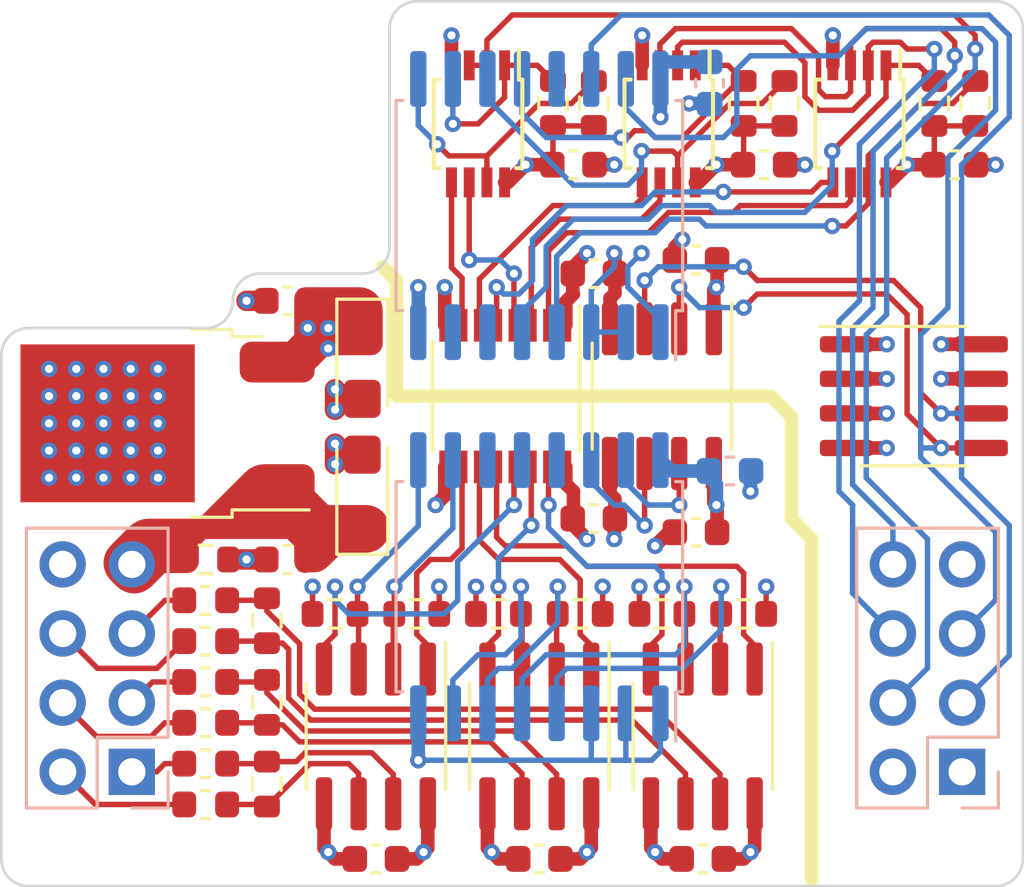
<source format=kicad_pcb>
(kicad_pcb (version 20211014) (generator pcbnew)
  (title_block (title "icE1usb RS422 extension") (date "2022-08-15") (rev "0.1"))
  (layers (0 "F.Cu" signal) (1 "In1.Cu" signal) (2 "In2.Cu" signal) (31 "B.Cu" signal) (34 "B.Paste" user) (35 "F.Paste" user) (36 "B.SilkS" user "B.Silkscreen") (37 "F.SilkS" user "F.Silkscreen") (38 "B.Mask" user) (39 "F.Mask" user) (44 "Edge.Cuts" user))
  (net 0 "")
  (net 1 "+3V3")
  (net 2 "GND")
  (net 3 "+12VA")
  (net 4 "GNDA")
  (net 5 "+5VA")
  (net 6 "/PPS-")
  (net 7 "Net-(F1-Pad2)")
  (net 8 "Net-(F2-Pad1)")
  (net 9 "/PPS+")
  (net 10 "/RXD-")
  (net 11 "Net-(F3-Pad2)")
  (net 12 "Net-(F4-Pad1)")
  (net 13 "/RXD+")
  (net 14 "/TXD-")
  (net 15 "Net-(F5-Pad2)")
  (net 16 "Net-(F6-Pad1)")
  (net 17 "/TXD+")
  (net 19 "/SCL")
  (net 20 "/PPS_IO")
  (net 21 "/SDA")
  (net 22 "/UART_RX")
  (net 23 "/UART_TX")
  (net 24 "/~{PPS_TXEN}")
  (net 25 "Net-(U1-Pad5)")
  (net 26 "Net-(U1-Pad6)")
  (net 27 "/~{PPS_RXEN}")
  (net 28 "/~{RXD_TXEN}")
  (net 29 "Net-(U2-Pad5)")
  (net 30 "Net-(U2-Pad6)")
  (net 31 "/~{RXD_RXEN}")
  (net 32 "/~{TXD_TXEN}")
  (net 33 "Net-(U3-Pad5)")
  (net 34 "Net-(U3-Pad6)")
  (net 35 "/~{TXD_RXEN}")
  (net 36 "/TXD_RO")
  (net 37 "/RXD_RO")
  (net 38 "/PPS_RO")
  (net 39 "/TXD_DI")
  (net 40 "/RXD_DI")
  (net 41 "/PPS_DI")
  (net 43 "/~{PPS_RE}")
  (net 44 "/~{RXD_RE}")
  (net 45 "/RXD_DE")
  (net 46 "/~{TXD_RE}")
  (net 47 "/TXD_DE")
  (net 51 "/PPS_DE")
  (net 52 "/SCL_ISO")
  (net 53 "/SDA_ISO")
  (footprint "Resistor_SMD:R_0603_1608Metric" (layer "F.Cu") (at 130.75 79.25 90)
    (fp_text reference "R9" hide)
    (fp_text value "10k" hide)
  )
  (footprint "Capacitor_Tantalum_SMD:CP_EIA-3216-18_Kemet-A" (layer "F.Cu") (at 109.75 88.75 -90)
    (fp_text reference "C10" hide)
    (fp_text value "4u7" hide)
  )
  (footprint "Package_SO:TSSOP-8_3x3mm_P0.65mm" (layer "F.Cu") (at 114 80 -90)
    (fp_text reference "U3" hide)
    (fp_text value "74LVC2G125" hide)
  )
  (footprint "Fuse:Fuse_0603_1608Metric" (layer "F.Cu") (at 104 100.5 180)
    (fp_text reference "F3" hide)
    (fp_text value "300mA" hide)
  )
  (footprint "Capacitor_SMD:C_0603_1608Metric" (layer "F.Cu") (at 131.5 81.5)
    (fp_text reference "C3" hide)
    (fp_text value "100n" hide)
  )
  (footprint "Resistor_SMD:R_0603_1608Metric" (layer "F.Cu") (at 111.75 98 180)
    (fp_text reference "R11" hide)
    (fp_text value "10k" hide)
  )
  (footprint "Resistor_SMD:R_0603_1608Metric" (layer "F.Cu") (at 118.25 79.25 90)
    (fp_text reference "R6" hide)
    (fp_text value "10k" hide)
  )
  (footprint "Fuse:Fuse_0603_1608Metric" (layer "F.Cu") (at 104 103.5 180)
    (fp_text reference "F1" hide)
    (fp_text value "300mA" hide)
  )
  (footprint "Package_SO:SOIC-8_3.9x4.9mm_P1.27mm" (layer "F.Cu") (at 130 90)
    (fp_text reference "U12" hide)
    (fp_text value "M24C02-FMN" hide)
  )
  (footprint "Resistor_SMD:R_0603_1608Metric" (layer "F.Cu") (at 116.75 79.25 90)
    (fp_text reference "R5" hide)
    (fp_text value "10k" hide)
  )
  (footprint "Package_SO:SOIC-8_3.9x4.9mm_P1.27mm" (layer "F.Cu") (at 122.25 102.5 -90)
    (fp_text reference "U10" hide)
    (fp_text value "SP485" hide)
  )
  (footprint "Resistor_SMD:R_0603_1608Metric" (layer "F.Cu") (at 104 96)
    (fp_text reference "R4" hide)
    (fp_text value "1k" hide)
  )
  (footprint "Resistor_SMD:R_0603_1608Metric" (layer "F.Cu") (at 106.25 101.25 -90)
    (fp_text reference "R2" hide)
    (fp_text value "120R" hide)
  )
  (footprint "Package_TO_SOT_SMD:TO-252-2" (layer "F.Cu") (at 102.5 91 180)
    (fp_text reference "U11" hide)
    (fp_text value "MC78M05_TO252" hide)
  )
  (footprint "Resistor_SMD:R_0603_1608Metric" (layer "F.Cu") (at 114.75 98 180)
    (fp_text reference "R15" hide)
    (fp_text value "10k" hide)
  )
  (footprint "Capacitor_SMD:C_0603_1608Metric" (layer "F.Cu") (at 122 85 180)
    (fp_text reference "C4" hide)
    (fp_text value "100n" hide)
  )
  (footprint "Resistor_SMD:R_0603_1608Metric" (layer "F.Cu") (at 125.25 79.25 90)
    (fp_text reference "R8" hide)
    (fp_text value "10k" hide)
  )
  (footprint "Fuse:Fuse_0603_1608Metric" (layer "F.Cu") (at 104 97.5 180)
    (fp_text reference "F5" hide)
    (fp_text value "300mA" hide)
  )
  (footprint "Fuse:Fuse_0603_1608Metric" (layer "F.Cu") (at 104 99)
    (fp_text reference "F6" hide)
    (fp_text value "300mA" hide)
  )
  (footprint "Capacitor_SMD:C_0603_1608Metric" (layer "F.Cu") (at 117.5 81.5)
    (fp_text reference "C1" hide)
    (fp_text value "100n" hide)
  )
  (footprint "Package_SO:SOIC-8_3.9x4.9mm_P1.27mm" (layer "F.Cu") (at 110.25 102.5 -90)
    (fp_text reference "U8" hide)
    (fp_text value "SP485" hide)
  )
  (footprint "Package_SO:SOIC-8_3.9x4.9mm_P1.27mm" (layer "F.Cu") (at 116.25 102.5 -90)
    (fp_text reference "U9" hide)
    (fp_text value "SP485" hide)
  )
  (footprint "Capacitor_SMD:C_0603_1608Metric" (layer "F.Cu") (at 110.25 107 180)
    (fp_text reference "C11" hide)
    (fp_text value "100n" hide)
  )
  (footprint "Capacitor_SMD:C_0603_1608Metric" (layer "F.Cu") (at 122.25 107 180)
    (fp_text reference "C13" hide)
    (fp_text value "100n" hide)
  )
  (footprint "Fuse:Fuse_0603_1608Metric" (layer "F.Cu") (at 104 105)
    (fp_text reference "F2" hide)
    (fp_text value "300mA" hide)
  )
  (footprint "Fuse:Fuse_0603_1608Metric" (layer "F.Cu") (at 104 102)
    (fp_text reference "F4" hide)
    (fp_text value "300mA" hide)
  )
  (footprint "Capacitor_Tantalum_SMD:CP_EIA-3216-18_Kemet-A" (layer "F.Cu") (at 109.75 93.5 90)
    (fp_text reference "C7" hide)
    (fp_text value "10u" hide)
  )
  (footprint "Resistor_SMD:R_0603_1608Metric" (layer "F.Cu") (at 132.25 79.25 90)
    (fp_text reference "R10" hide)
    (fp_text value "10k" hide)
  )
  (footprint "Resistor_SMD:R_0603_1608Metric" (layer "F.Cu") (at 123.75 98 180)
    (fp_text reference "R13" hide)
    (fp_text value "10k" hide)
  )
  (footprint "Package_SO:TSSOP-8_3x3mm_P0.65mm" (layer "F.Cu") (at 121 80 -90)
    (fp_text reference "U2" hide)
    (fp_text value "74LVC2G125" hide)
  )
  (footprint "Package_SO:SSOP-16_3.9x4.9mm_P0.635mm" (layer "F.Cu") (at 115 90 -90)
    (fp_text reference "U4" hide)
    (fp_text value "Si8663" hide)
  )
  (footprint "Package_SO:TSSOP-8_3x3mm_P0.65mm" (layer "F.Cu") (at 128 80 -90)
    (fp_text reference "U1" hide)
    (fp_text value "74LVC2G125" hide)
  )
  (footprint "Resistor_SMD:R_0603_1608Metric" (layer "F.Cu") (at 108.75 98 180)
    (fp_text reference "R14" hide)
    (fp_text value "10k" hide)
  )
  (footprint "Package_SO:SOIC-8_3.9x4.9mm_P1.27mm" (layer "F.Cu") (at 120.75 90 -90)
    (fp_text reference "U5" hide)
    (fp_text value "Si8400" hide)
  )
  (footprint "Capacitor_SMD:C_0603_1608Metric" (layer "F.Cu") (at 118.25 85.5)
    (fp_text reference "C5" hide)
    (fp_text value "100n" hide)
  )
  (footprint "Capacitor_SMD:C_0603_1608Metric" (layer "F.Cu") (at 107 86.5 180)
    (fp_text reference "C9" hide)
    (fp_text value "100n" hide)
  )
  (footprint "Resistor_SMD:R_0603_1608Metric" (layer "F.Cu") (at 120.75 98 180)
    (fp_text reference "R16" hide)
    (fp_text value "10k" hide)
  )
  (footprint "Resistor_SMD:R_0603_1608Metric" (layer "F.Cu") (at 106.25 98.25 -90)
    (fp_text reference "R3" hide)
    (fp_text value "120R" hide)
  )
  (footprint "Capacitor_SMD:C_0603_1608Metric" (layer "F.Cu") (at 116.25 107 180)
    (fp_text reference "C12" hide)
    (fp_text value "100n" hide)
  )
  (footprint "Capacitor_SMD:C_0603_1608Metric" (layer "F.Cu") (at 118.25 94.5)
    (fp_text reference "C15" hide)
    (fp_text value "100n" hide)
  )
  (footprint "Resistor_SMD:R_0603_1608Metric" (layer "F.Cu") (at 117.75 98 180)
    (fp_text reference "R12" hide)
    (fp_text value "10k" hide)
  )
  (footprint "Capacitor_SMD:C_0603_1608Metric" (layer "F.Cu") (at 107 96 180)
    (fp_text reference "C8" hide)
    (fp_text value "100n" hide)
  )
  (footprint "Resistor_SMD:R_0603_1608Metric" (layer "F.Cu") (at 123.75 79.25 90)
    (fp_text reference "R7" hide)
    (fp_text value "10k" hide)
  )
  (footprint "Resistor_SMD:R_0603_1608Metric" (layer "F.Cu") (at 106.25 104.25 -90)
    (fp_text reference "R1" hide)
    (fp_text value "120R" hide)
  )
  (footprint "Capacitor_SMD:C_0603_1608Metric" (layer "F.Cu") (at 122 95 180)
    (fp_text reference "C14" hide)
    (fp_text value "100n" hide)
  )
  (footprint "Capacitor_SMD:C_0603_1608Metric" (layer "F.Cu") (at 124.5 81.5)
    (fp_text reference "C2" hide)
    (fp_text value "100n" hide)
  )
  (footprint "Capacitor_SMD:C_0603_1608Metric" (layer "B.Cu") (at 122.5 78.5 -90)
    (fp_text reference "C6" hide)
    (fp_text value "100n" hide)
  )
  (footprint "Package_SO:SOIC-16W_7.5x10.3mm_P1.27mm" (layer "B.Cu") (at 116.25 83 90)
    (fp_text reference "U6" hide)
    (fp_text value "TCA9534" hide)
  )
  (footprint "Connector_PinSocket_2.54mm:PinSocket_2x04_P2.54mm_Vertical" (layer "B.Cu") (at 131.77 103.8)
    (fp_text reference "J1" hide)
    (fp_text value "EXT_IN" hide)
  )
  (footprint "Capacitor_SMD:C_0603_1608Metric" (layer "B.Cu") (at 123.25 92.75)
    (fp_text reference "C16" hide)
    (fp_text value "100n" hide)
  )
  (footprint "Connector_PinSocket_2.54mm:PinSocket_2x04_P2.54mm_Vertical" (layer "B.Cu") (at 101.29 103.8)
    (fp_text reference "J2" hide)
    (fp_text value "EXT_OUT" hide)
  )
  (footprint "Package_SO:SOIC-16W_7.5x10.3mm_P1.27mm" (layer "B.Cu") (at 116.25 97 90)
    (fp_text reference "U7" hide)
    (fp_text value "TCA9534" hide)
  )
  (gr_line (start 126.25 95.25) (end 125.5 94.5) (layer "F.SilkS") (width 0.5))
  (gr_line (start 111 85.75) (end 110.5 85.25) (layer "F.SilkS") (width 0.5))
  (gr_line (start 126.25 107.75) (end 126.25 95.25) (layer "F.SilkS") (width 0.5))
  (gr_line (start 124.75 90) (end 111 90) (layer "F.SilkS") (width 0.5))
  (gr_line (start 125.5 90.75) (end 124.75 90) (layer "F.SilkS") (width 0.5))
  (gr_line (start 111 90) (end 111 85.75) (layer "F.SilkS") (width 0.5))
  (gr_line (start 125.5 94.5) (end 125.5 90.75) (layer "F.SilkS") (width 0.5))
  (gr_line (start 97.5 108) (end 133 108) (layer "Edge.Cuts") (width 0.1))
  (gr_arc (start 110.75 84.5) (mid 110.457107 85.207107) (end 109.75 85.5) (layer "Edge.Cuts") (width 0.1))
  (gr_arc (start 105 86.5) (mid 104.707107 87.207107) (end 104 87.5) (layer "Edge.Cuts") (width 0.1))
  (gr_line (start 110.75 84.5) (end 110.75 76.5) (layer "Edge.Cuts") (width 0.1))
  (gr_line (start 97.5 87.5) (end 104 87.5) (layer "Edge.Cuts") (width 0.1))
  (gr_arc (start 96.5 88.5) (mid 96.792893 87.792893) (end 97.5 87.5) (layer "Edge.Cuts") (width 0.1))
  (gr_line (start 133 75.5) (end 111.75 75.5) (layer "Edge.Cuts") (width 0.1))
  (gr_line (start 134 107) (end 134 76.5) (layer "Edge.Cuts") (width 0.1))
  (gr_line (start 106 85.5) (end 109.75 85.5) (layer "Edge.Cuts") (width 0.1))
  (gr_arc (start 105 86.5) (mid 105.292893 85.792893) (end 106 85.5) (layer "Edge.Cuts") (width 0.1))
  (gr_arc (start 110.75 76.5) (mid 111.042893 75.792893) (end 111.75 75.5) (layer "Edge.Cuts") (width 0.1))
  (gr_arc (start 134 107) (mid 133.707107 107.707107) (end 133 108) (layer "Edge.Cuts") (width 0.1))
  (gr_arc (start 97.5 108) (mid 96.792893 107.707107) (end 96.5 107) (layer "Edge.Cuts") (width 0.1))
  (gr_arc (start 133 75.5) (mid 133.707107 75.792893) (end 134 76.5) (layer "Edge.Cuts") (width 0.1))
  (gr_line (start 96.5 88.5) (end 96.5 107) (layer "Edge.Cuts") (width 0.1))
  (segment (start 117.2225 87.4) (end 117.2225 86.5275) (width 0.5) (layer "F.Cu") (net 1))
  (segment (start 117.2225 86.5275) (end 117.5 86.25) (width 0.5) (layer "F.Cu") (net 1))
  (segment (start 117.475 85.5) (end 117.475 85.275) (width 0.5) (layer "F.Cu") (net 1))
  (segment (start 125.25 80.075) (end 123.825 80.075) (width 0.2) (layer "F.Cu") (net 1))
  (segment (start 115.1 82.15) (end 115.75 81.5) (width 0.5) (layer "F.Cu") (net 1))
  (segment (start 116.75 80.075) (end 116.75 81.5) (width 0.2) (layer "F.Cu") (net 1))
  (segment (start 123.725 81.5) (end 122.75 81.5) (width 0.5) (layer "F.Cu") (net 1))
  (segment (start 117.475 85.5) (end 117.475 86.225) (width 0.5) (layer "F.Cu") (net 1))
  (segment (start 116.825 80.075) (end 116.75 80) (width 0.2) (layer "F.Cu") (net 1))
  (segment (start 123.75 80.075) (end 123.75 81.5) (width 0.2) (layer "F.Cu") (net 1))
  (segment (start 116.725 81.5) (end 115.75 81.5) (width 0.5) (layer "F.Cu") (net 1))
  (segment (start 132.25 80.075) (end 130.825 80.075) (width 0.2) (layer "F.Cu") (net 1))
  (segment (start 122.775 85.975) (end 122.75 86) (width 0.5) (layer "F.Cu") (net 1))
  (segment (start 122.655 87.525) (end 122.655 86.095) (width 0.5) (layer "F.Cu") (net 1))
  (segment (start 130.725 81.5) (end 129.75 81.5) (width 0.5) (layer "F.Cu") (net 1))
  (segment (start 130.75 80.075) (end 130.75 81.5) (width 0.2) (layer "F.Cu") (net 1))
  (segment (start 122.1 82.15) (end 122.625 81.625) (width 0.5) (layer "F.Cu") (net 1))
  (segment (start 128.975 82.15) (end 129.1 82.15) (width 0.5) (layer "F.Cu") (net 1))
  (segment (start 117.475 85.275) (end 118 84.75) (width 0.5) (layer "F.Cu") (net 1))
  (segment (start 130.825 80.075) (end 130.75 80) (width 0.2) (layer "F.Cu") (net 1))
  (segment (start 121.975 82.15) (end 122.1 82.15) (width 0.5) (layer "F.Cu") (net 1))
  (segment (start 122.655 86.095) (end 122.75 86) (width 0.5) (layer "F.Cu") (net 1))
  (segment (start 122.625 81.625) (end 122.75 81.5) (width 0.5) (layer "F.Cu") (net 1))
  (segment (start 122.775 85) (end 122.775 85.975) (width 0.5) (layer "F.Cu") (net 1))
  (segment (start 123.825 80.075) (end 123.75 80) (width 0.2) (layer "F.Cu") (net 1))
  (segment (start 118.25 80.075) (end 116.825 80.075) (width 0.2) (layer "F.Cu") (net 1))
  (segment (start 132.475 88.095) (end 131 88.095) (width 0.5) (layer "F.Cu") (net 1))
  (segment (start 114.975 82.15) (end 115.1 82.15) (width 0.5) (layer "F.Cu") (net 1))
  (segment (start 117.475 86.225) (end 117.5 86.25) (width 0.5) (layer "F.Cu") (net 1))
  (segment (start 129.1 82.15) (end 129.75 81.5) (width 0.5) (layer "F.Cu") (net 1))
  (via (at 129.75 81.5) (size 0.6) (drill 0.3) (layers "F.Cu" "B.Cu") (net 1))
  (via (at 131 88.095) (size 0.6) (drill 0.3) (layers "F.Cu" "B.Cu") (net 1))
  (via (at 120 84.75) (size 0.6) (drill 0.3) (layers "F.Cu" "B.Cu") (net 1))
  (via (at 118 84.75) (size 0.6) (drill 0.3) (layers "F.Cu" "B.Cu") (net 1))
  (via (at 122.75 86) (size 0.6) (drill 0.3) (layers "F.Cu" "B.Cu") (net 1))
  (via (at 115.75 81.5) (size 0.6) (drill 0.3) (layers "F.Cu" "B.Cu") (net 1))
  (via (at 120.695 79.75) (size 0.6) (drill 0.3) (layers "F.Cu" "B.Cu") (net 1))
  (via (at 122.75 81.5) (size 0.6) (drill 0.3) (layers "F.Cu" "B.Cu") (net 1))
  (segment (start 120.695 78.35) (end 120.695 79.75) (width 0.5) (layer "B.Cu") (net 1))
  (segment (start 120.775 77.725) (end 120.75 77.75) (width 0.5) (layer "B.Cu") (net 1))
  (segment (start 119.5 85.25) (end 120 84.75) (width 0.2) (layer "B.Cu") (net 1))
  (segment (start 120.695 87.65) (end 120.695 87.195) (width 0.2) (layer "B.Cu") (net 1))
  (segment (start 119.5 86) (end 119.5 85.25) (width 0.2) (layer "B.Cu") (net 1))
  (segment (start 122.5 77.725) (end 120.775 77.725) (width 0.5) (layer "B.Cu") (net 1))
  (segment (start 120.695 87.195) (end 119.5 86) (width 0.2) (layer "B.Cu") (net 1))
  (segment (start 119.025 85.5) (end 119.025 86.225) (width 0.5) (layer "F.Cu") (net 2))
  (segment (start 120.025 77.85) (end 120.025 76.75) (width 0.5) (layer "F.Cu") (net 2))
  (segment (start 125.275 81.5) (end 126 81.5) (width 0.5) (layer "F.Cu") (net 2))
  (segment (start 118.275 81.5) (end 119 81.5) (width 0.5) (layer "F.Cu") (net 2))
  (segment (start 127.525 88.095) (end 129 88.095) (width 0.5) (layer "F.Cu") (net 2))
  (segment (start 121.225 85) (end 121.225 84.525) (width 0.5) (layer "F.Cu") (net 2))
  (segment (start 132.275 81.5) (end 133 81.5) (width 0.5) (layer "F.Cu") (net 2))
  (segment (start 119.025 86.225) (end 118.845 86.405) (width 0.5) (layer "F.Cu") (net 2))
  (segment (start 119.025 84.775) (end 119 84.75) (width 0.5) (layer "F.Cu") (net 2))
  (segment (start 127.525 89.365) (end 129 89.365) (width 0.5) (layer "F.Cu") (net 2))
  (segment (start 132.475 89.365) (end 131 89.365) (width 0.5) (layer "F.Cu") (net 2))
  (segment (start 119.025 85.5) (end 119.025 84.775) (width 0.5) (layer "F.Cu") (net 2))
  (segment (start 127.525 91.905) (end 129 91.905) (width 0.5) (layer "F.Cu") (net 2))
  (segment (start 127.025 77.85) (end 127.025 76.75) (width 0.5) (layer "F.Cu") (net 2))
  (segment (start 121.225 84.525) (end 121.5 84.25) (width 0.5) (layer "F.Cu") (net 2))
  (segment (start 112.7775 87.4) (end 112.7775 86) (width 0.5) (layer "F.Cu") (net 2))
  (segment (start 127.525 90.635) (end 129 90.635) (width 0.5) (layer "F.Cu") (net 2))
  (segment (start 113.025 77.85) (end 113.025 76.75) (width 0.5) (layer "F.Cu") (net 2))
  (segment (start 118.845 87.525) (end 118.845 86.405) (width 0.5) (layer "F.Cu") (net 2))
  (via (at 133 81.5) (size 0.6) (drill 0.3) (layers "F.Cu" "B.Cu") (net 2))
  (via (at 119 81.5) (size 0.6) (drill 0.3) (layers "F.Cu" "B.Cu") (net 2))
  (via (at 126 81.5) (size 0.6) (drill 0.3) (layers "F.Cu" "B.Cu") (net 2))
  (via (at 127.025 76.75) (size 0.6) (drill 0.3) (layers "F.Cu" "B.Cu") (net 2))
  (via (at 129 88.095) (size 0.6) (drill 0.3) (layers "F.Cu" "B.Cu") (net 2))
  (via (at 112.7775 86) (size 0.6) (drill 0.3) (layers "F.Cu" "B.Cu") (net 2))
  (via (at 119 84.75) (size 0.6) (drill 0.3) (layers "F.Cu" "B.Cu") (net 2))
  (via (at 121.75 79.25) (size 0.6) (drill 0.3) (layers "F.Cu" "B.Cu") (net 2))
  (via (at 129 91.905) (size 0.6) (drill 0.3) (layers "F.Cu" "B.Cu") (net 2))
  (via (at 129 90.635) (size 0.6) (drill 0.3) (layers "F.Cu" "B.Cu") (net 2))
  (via (at 113.025 76.75) (size 0.6) (drill 0.3) (layers "F.Cu" "B.Cu") (net 2))
  (via (at 121.5 84.25) (size 0.6) (drill 0.3) (layers "F.Cu" "B.Cu") (net 2))
  (via (at 131 89.365) (size 0.6) (drill 0.3) (layers "F.Cu" "B.Cu") (net 2))
  (via (at 129 89.365) (size 0.6) (drill 0.3) (layers "F.Cu" "B.Cu") (net 2))
  (via (at 120.025 76.75) (size 0.6) (drill 0.3) (layers "F.Cu" "B.Cu") (net 2))
  (via (at 111.805 86) (size 0.6) (drill 0.3) (layers "F.Cu" "B.Cu") (net 2))
  (segment (start 119 85.25) (end 119 84.75) (width 0.2) (layer "B.Cu") (net 2))
  (segment (start 111.805 87.65) (end 111.805 86) (width 0.5) (layer "B.Cu") (net 2))
  (segment (start 122.475 79.25) (end 121.75 79.25) (width 0.5) (layer "B.Cu") (net 2))
  (segment (start 118.155 86.095) (end 119 85.25) (width 0.2) (layer "B.Cu") (net 2))
  (segment (start 118.4 87.65) (end 118.25 87.5) (width 0.2) (layer "B.Cu") (net 2))
  (segment (start 119.425 87.65) (end 118.4 87.65) (width 0.2) (layer "B.Cu") (net 2))
  (segment (start 122.5 79.275) (end 122.475 79.25) (width 0.5) (layer "B.Cu") (net 2))
  (segment (start 118.155 87.65) (end 118.155 86.095) (width 0.2) (layer "B.Cu") (net 2))
  (segment (start 120.75 107) (end 120.5 106.75) (width 0.5) (layer "F.Cu") (net 4))
  (segment (start 112.7775 92.6) (end 112.7775 93.6625) (width 0.5) (layer "F.Cu") (net 4))
  (segment (start 119.025 94.5) (end 119.025 93.775) (width 0.5) (layer "F.Cu") (net 4))
  (segment (start 113.925 98) (end 113.925 97) (width 0.2) (layer "F.Cu") (net 4))
  (segment (start 104.825 96) (end 105.5 96) (width 0.75) (layer "F.Cu") (net 4))
  (segment (start 114.345 106.595) (end 114.5 106.75) (width 0.5) (layer "F.Cu") (net 4))
  (segment (start 108.345 104.975) (end 108.345 106.595) (width 0.5) (layer "F.Cu") (net 4))
  (segment (start 108.345 106.595) (end 108.5 106.75) (width 0.5) (layer "F.Cu") (net 4))
  (segment (start 119.025 93.775) (end 118.845 93.595) (width 0.5) (layer "F.Cu") (net 4))
  (segment (start 114.75 107) (end 114.5 106.75) (width 0.5) (layer "F.Cu") (net 4))
  (segment (start 120.5 95.5) (end 121 95) (width 0.5) (layer "F.Cu") (net 4))
  (segment (start 119.925 98) (end 119.925 97) (width 0.2) (layer "F.Cu") (net 4))
  (segment (start 120.345 104.975) (end 120.345 106.595) (width 0.5) (layer "F.Cu") (net 4))
  (segment (start 121.475 107) (end 120.75 107) (width 0.5) (layer "F.Cu") (net 4))
  (segment (start 114.345 104.975) (end 114.345 106.595) (width 0.5) (layer "F.Cu") (net 4))
  (segment (start 108.75 107) (end 108.5 106.75) (width 0.5) (layer "F.Cu") (net 4))
  (segment (start 108.75 90.5) (end 108.75 89.75) (width 0.75) (layer "F.Cu") (net 4))
  (segment (start 119 95.25) (end 119 94.5) (width 0.5) (layer "F.Cu") (net 4))
  (segment (start 109.1 92.15) (end 108.75 92.5) (width 0.75) (layer "F.Cu") (net 4))
  (segment (start 106.225 86.5) (end 105.5 86.5) (width 0.75) (layer "F.Cu") (net 4))
  (segment (start 109.15 92.15) (end 108.75 91.75) (width 0.75) (layer "F.Cu") (net 4))
  (segment (start 109.15 90.1) (end 108.75 90.5) (width 0.75) (layer "F.Cu") (net 4))
  (segment (start 112.7775 93.6625) (end 112.44 94) (width 0.5) (layer "F.Cu") (net 4))
  (segment (start 121 95) (end 121.25 95) (width 0.5) (layer "F.Cu") (net 4))
  (segment (start 109.1 90.1) (end 108.75 89.75) (width 0.75) (layer "F.Cu") (net 4))
  (segment (start 115.475 107) (end 114.75 107) (width 0.5) (layer "F.Cu") (net 4))
  (segment (start 120.345 106.595) (end 120.5 106.75) (width 0.5) (layer "F.Cu") (net 4))
  (segment (start 118.845 93.595) (end 118.845 92.475) (width 0.5) (layer "F.Cu") (net 4))
  (segment (start 109.1 92.15) (end 109.75 92.15) (width 0.75) (layer "F.Cu") (net 4))
  (segment (start 108.75 92.5) (end 108.75 91.75) (width 0.75) (layer "F.Cu") (net 4))
  (segment (start 109.1 90.1) (end 109.75 90.1) (width 0.75) (layer "F.Cu") (net 4))
  (segment (start 109.475 107) (end 108.75 107) (width 0.5) (layer "F.Cu") (net 4))
  (segment (start 106.225 96) (end 105.5 96) (width 0.75) (layer "F.Cu") (net 4))
  (segment (start 107.925 98) (end 107.925 97) (width 0.2) (layer "F.Cu") (net 4))
  (via (at 98.25 91) (size 0.6) (drill 0.3) (layers "F.Cu" "B.Cu") (net 4))
  (via (at 108.75 91.75) (size 0.6) (drill 0.3) (layers "F.Cu" "B.Cu") (net 4))
  (via (at 100.25 91) (size 0.6) (drill 0.3) (layers "F.Cu" "B.Cu") (net 4))
  (via (at 102.25 92) (size 0.6) (drill 0.3) (layers "F.Cu" "B.Cu") (net 4))
  (via (at 101.25 91) (size 0.6) (drill 0.3) (layers "F.Cu" "B.Cu") (net 4))
  (via (at 101.25 89) (size 0.6) (drill 0.3) (layers "F.Cu" "B.Cu") (net 4))
  (via (at 98.25 90) (size 0.6) (drill 0.3) (layers "F.Cu" "B.Cu") (net 4))
  (via (at 108.75 90.5) (size 0.6) (drill 0.3) (layers "F.Cu" "B.Cu") (net 4))
  (via (at 108.75 92.5) (size 0.6) (drill 0.3) (layers "F.Cu" "B.Cu") (net 4))
  (via (at 108.75 89.75) (size 0.6) (drill 0.3) (layers "F.Cu" "B.Cu") (net 4))
  (via (at 112.44 94) (size 0.6) (drill 0.3) (layers "F.Cu" "B.Cu") (net 4))
  (via (at 101.25 90) (size 0.6) (drill 0.3) (layers "F.Cu" "B.Cu") (net 4))
  (via (at 107.925 97) (size 0.6) (drill 0.3) (layers "F.Cu" "B.Cu") (net 4))
  (via (at 111.805 103.375) (size 0.6) (drill 0.3) (layers "F.Cu" "B.Cu") (net 4))
  (via (at 102.25 93) (size 0.6) (drill 0.3) (layers "F.Cu" "B.Cu") (net 4))
  (via (at 98.25 93) (size 0.6) (drill 0.3) (layers "F.Cu" "B.Cu") (net 4))
  (via (at 102.25 89) (size 0.6) (drill 0.3) (layers "F.Cu" "B.Cu") (net 4))
  (via (at 100.25 90) (size 0.6) (drill 0.3) (layers "F.Cu" "B.Cu") (net 4))
  (via (at 102.25 90) (size 0.6) (drill 0.3) (layers "F.Cu" "B.Cu") (net 4))
  (via (at 124 93.5) (size 0.6) (drill 0.3) (layers "F.Cu" "B.Cu") (net 4))
  (via (at 99.25 92) (size 0.6) (drill 0.3) (layers "F.Cu" "B.Cu") (net 4))
  (via (at 99.25 90) (size 0.6) (drill 0.3) (layers "F.Cu" "B.Cu") (net 4))
  (via (at 120.5 106.75) (size 0.6) (drill 0.3) (layers "F.Cu" "B.Cu") (net 4))
  (via (at 105.5 96) (size 0.6) (drill 0.3) (layers "F.Cu" "B.Cu") (net 4))
  (via (at 119 95.25) (size 0.6) (drill 0.3) (layers "F.Cu" "B.Cu") (net 4))
  (via (at 101.25 93) (size 0.6) (drill 0.3) (layers "F.Cu" "B.Cu") (net 4))
  (via (at 99.25 93) (size 0.6) (drill 0.3) (layers "F.Cu" "B.Cu") (net 4))
  (via (at 105.5 86.5) (size 0.6) (drill 0.3) (layers "F.Cu" "B.Cu") (net 4))
  (via (at 119.925 97) (size 0.6) (drill 0.3) (layers "F.Cu" "B.Cu") (net 4))
  (via (at 99.25 91) (size 0.6) (drill 0.3) (layers "F.Cu" "B.Cu") (net 4))
  (via (at 100.25 89) (size 0.6) (drill 0.3) (layers "F.Cu" "B.Cu") (net 4))
  (via (at 102.25 91) (size 0.6) (drill 0.3) (layers "F.Cu" "B.Cu") (net 4))
  (via (at 114.5 106.75) (size 0.6) (drill 0.3) (layers "F.Cu" "B.Cu") (net 4))
  (via (at 101.25 92) (size 0.6) (drill 0.3) (layers "F.Cu" "B.Cu") (net 4))
  (via (at 100.25 92) (size 0.6) (drill 0.3) (layers "F.Cu" "B.Cu") (net 4))
  (via (at 98.25 92) (size 0.6) (drill 0.3) (layers "F.Cu" "B.Cu") (net 4))
  (via (at 120.5 95.5) (size 0.6) (drill 0.3) (layers "F.Cu" "B.Cu") (net 4))
  (via (at 99.25 89) (size 0.6) (drill 0.3) (layers "F.Cu" "B.Cu") (net 4))
  (via (at 98.25 89) (size 0.6) (drill 0.3) (layers "F.Cu" "B.Cu") (net 4))
  (via (at 100.25 93) (size 0.6) (drill 0.3) (layers "F.Cu" "B.Cu") (net 4))
  (via (at 113.925 97) (size 0.6) (drill 0.3) (layers "F.Cu" "B.Cu") (net 4))
  (via (at 108.5 106.75) (size 0.6) (drill 0.3) (layers "F.Cu" "B.Cu") (net 4))
  (segment (start 119.425 103.325) (end 119.375 103.375) (width 0.2) (layer "B.Cu") (net 4))
  (segment (start 124 93.5) (end 124 92.75) (width 0.5) (layer "B.Cu") (net 4))
  (segment (start 119.425 101.65) (end 119.425 103.325) (width 0.2) (layer "B.Cu") (net 4))
  (segment (start 111.805 101.65) (end 111.805 103.375) (width 0.5) (layer "B.Cu") (net 4))
  (segment (start 119.375 103.375) (end 118.125 103.375) (width 0.2) (layer "B.Cu") (net 4))
  (segment (start 118.155 101.65) (end 118.155 103.345) (width 0.2) (layer "B.Cu") (net 4))
  (segment (start 118.155 103.345) (end 118.125 103.375) (width 0.2) (layer "B.Cu") (net 4))
  (segment (start 120.695 101.65) (end 120.695 103.055) (width 0.2) (layer "B.Cu") (net 4))
  (segment (start 120.695 103.055) (end 120.375 103.375) (width 0.2) (layer "B.Cu") (net 4))
  (segment (start 118.125 103.375) (end 111.805 103.375) (width 0.2) (layer "B.Cu") (net 4))
  (segment (start 120.375 103.375) (end 119.375 103.375) (width 0.2) (layer "B.Cu") (net 4))
  (segment (start 117.475 94.5) (end 117.5 94.475) (width 0.5) (layer "F.Cu") (net 5))
  (segment (start 122.655 93.905) (end 122.75 94) (width 0.5) (layer "F.Cu") (net 5))
  (segment (start 124.575 98) (end 124.575 97) (width 0.2) (layer "F.Cu") (net 5))
  (segment (start 118.155 104.975) (end 118.155 106.595) (width 0.5) (layer "F.Cu") (net 5))
  (segment (start 112.575 98) (end 112.575 97) (width 0.2) (layer "F.Cu") (net 5))
  (segment (start 117.2225 92.6) (end 117.2225 93.2225) (width 0.5) (layer "F.Cu") (net 5))
  (segment (start 118 95.25) (end 117.5 94.75) (width 0.5) (layer "F.Cu") (net 5))
  (segment (start 124.155 104.975) (end 124.155 106.595) (width 0.5) (layer "F.Cu") (net 5))
  (segment (start 123.025 107) (end 123.75 107) (width 0.5) (layer "F.Cu") (net 5))
  (segment (start 118.155 106.595) (end 118 106.75) (width 0.5) (layer "F.Cu") (net 5))
  (segment (start 124.155 106.595) (end 124 106.75) (width 0.5) (layer "F.Cu") (net 5))
  (segment (start 122.655 92.475) (end 122.655 93.905) (width 0.5) (layer "F.Cu") (net 5))
  (segment (start 117.2225 93.2225) (end 117.5 93.5) (width 0.5) (layer "F.Cu") (net 5))
  (segment (start 123.75 107) (end 124 106.75) (width 0.5) (layer "F.Cu") (net 5))
  (segment (start 122.775 94.025) (end 122.75 94) (width 0.5) (layer "F.Cu") (net 5))
  (segment (start 117.5 94.75) (end 117.5 94.5) (width 0.5) (layer "F.Cu") (net 5))
  (segment (start 112.155 104.975) (end 112.155 106.595) (width 0.5) (layer "F.Cu") (net 5))
  (segment (start 122.775 95) (end 122.775 94.025) (width 0.5) (layer "F.Cu") (net 5))
  (segment (start 118.575 98) (end 118.575 97) (width 0.2) (layer "F.Cu") (net 5))
  (segment (start 117.5 94.475) (end 117.5 93.5) (width 0.5) (layer "F.Cu") (net 5))
  (segment (start 117.025 107) (end 117.75 107) (width 0.5) (layer "F.Cu") (net 5))
  (segment (start 111.75 107) (end 112 106.75) (width 0.5) (layer "F.Cu") (net 5))
  (segment (start 117.75 107) (end 118 106.75) (width 0.5) (layer "F.Cu") (net 5))
  (segment (start 112.155 106.595) (end 112 106.75) (width 0.5) (layer "F.Cu") (net 5))
  (segment (start 111.025 107) (end 111.75 107) (width 0.5) (layer "F.Cu") (net 5))
  (via (at 108.5 87.5) (size 0.6) (drill 0.3) (layers "F.Cu" "B.Cu") (net 5))
  (via (at 124.575 97) (size 0.6) (drill 0.3) (layers "F.Cu" "B.Cu") (net 5))
  (via (at 108.5 88.25) (size 0.6) (drill 0.3) (layers "F.Cu" "B.Cu") (net 5))
  (via (at 118 95.25) (size 0.6) (drill 0.3) (layers "F.Cu" "B.Cu") (net 5))
  (via (at 112 106.75) (size 0.6) (drill 0.3) (layers "F.Cu" "B.Cu") (net 5))
  (via (at 124 106.75) (size 0.6) (drill 0.3) (layers "F.Cu" "B.Cu") (net 5))
  (via (at 112.575 97) (size 0.6) (drill 0.3) (layers "F.Cu" "B.Cu") (net 5))
  (via (at 118 106.75) (size 0.6) (drill 0.3) (layers "F.Cu" "B.Cu") (net 5))
  (via (at 107.75 87.5) (size 0.6) (drill 0.3) (layers "F.Cu" "B.Cu") (net 5))
  (via (at 122.75 94) (size 0.6) (drill 0.3) (layers "F.Cu" "B.Cu") (net 5))
  (via (at 118.575 97) (size 0.6) (drill 0.3) (layers "F.Cu" "B.Cu") (net 5))
  (segment (start 120.695 92.35) (end 121.095 92.75) (width 0.5) (layer "B.Cu") (net 5))
  (segment (start 122.75 94) (end 122.75 93.25) (width 0.5) (layer "B.Cu") (net 5))
  (segment (start 121.095 92.75) (end 122.25 92.75) (width 0.5) (layer "B.Cu") (net 5))
  (segment (start 122.75 93.25) (end 122.25 92.75) (width 0.5) (layer "B.Cu") (net 5))
  (segment (start 110.1 103.1) (end 107.65 103.1) (width 0.2) (layer "F.Cu") (net 6))
  (segment (start 107.325 103.425) (end 106.25 103.425) (width 0.2) (layer "F.Cu") (net 6))
  (segment (start 110.885 103.885) (end 110.1 103.1) (width 0.2) (layer "F.Cu") (net 6))
  (segment (start 107.65 103.1) (end 107.325 103.425) (width 0.2) (layer "F.Cu") (net 6))
  (segment (start 104.7875 103.5) (end 106.25 103.5) (width 0.2) (layer "F.Cu") (net 6))
  (segment (start 110.885 104.975) (end 110.885 103.885) (width 0.2) (layer "F.Cu") (net 6))
  (segment (start 102.2 103.8) (end 102.5 103.5) (width 0.2) (layer "F.Cu") (net 7))
  (segment (start 101.29 103.8) (end 102.2 103.8) (width 0.2) (layer "F.Cu") (net 7))
  (segment (start 102.5 103.5) (end 103.2125 103.5) (width 0.2) (layer "F.Cu") (net 7))
  (segment (start 99.95 105) (end 103 105) (width 0.2) (layer "F.Cu") (net 8))
  (segment (start 98.75 103.8) (end 99.95 105) (width 0.2) (layer "F.Cu") (net 8))
  (segment (start 107.825 103.5) (end 109.25 103.5) (width 0.2) (layer "F.Cu") (net 9))
  (segment (start 106.25 105.075) (end 107.825 103.5) (width 0.2) (layer "F.Cu") (net 9))
  (segment (start 104.7875 105) (end 106.25 105) (width 0.2) (layer "F.Cu") (net 9))
  (segment (start 109.615 103.865) (end 109.615 104.975) (width 0.2) (layer "F.Cu") (net 9))
  (segment (start 109.25 103.5) (end 109.615 103.865) (width 0.2) (layer "F.Cu") (net 9))
  (segment (start 106.25 100.425) (end 106.25 100.5) (width 0.2) (layer "F.Cu") (net 10))
  (segment (start 107.65 102.3) (end 115.3 102.3) (width 0.2) (layer "F.Cu") (net 10))
  (segment (start 116.885 103.885) (end 116.885 104.975) (width 0.2) (layer "F.Cu") (net 10))
  (segment (start 106.25 100.9) (end 107.65 102.3) (width 0.2) (layer "F.Cu") (net 10))
  (segment (start 106.25 100.5) (end 106.25 100.9) (width 0.2) (layer "F.Cu") (net 10))
  (segment (start 115.3 102.3) (end 116.885 103.885) (width 0.2) (layer "F.Cu") (net 10))
  (segment (start 106.25 100.5) (end 104.7875 100.5) (width 0.2) (layer "F.Cu") (net 10))
  (segment (start 101.29 101.26) (end 102.05 100.5) (width 0.2) (layer "F.Cu") (net 11))
  (segment (start 102.05 100.5) (end 103 100.5) (width 0.2) (layer "F.Cu") (net 11))
  (segment (start 99.99 102.5) (end 98.75 101.26) (width 0.2) (layer "F.Cu") (net 12))
  (segment (start 102.5 102) (end 102 102.5) (width 0.2) (layer "F.Cu") (net 12))
  (segment (start 103.2125 102) (end 102.5 102) (width 0.2) (layer "F.Cu") (net 12))
  (segment (start 102 102.5) (end 99.99 102.5) (width 0.2) (layer "F.Cu") (net 12))
  (segment (start 104.7875 102) (end 106.25 102) (width 0.2) (layer "F.Cu") (net 13))
  (segment (start 106.825 102.075) (end 107.45 102.7) (width 0.2) (layer "F.Cu") (net 13))
  (segment (start 115.615 103.865) (end 115.615 104.975) (width 0.2) (layer "F.Cu") (net 13))
  (segment (start 114.45 102.7) (end 115.615 103.865) (width 0.2) (layer "F.Cu") (net 13))
  (segment (start 107.45 102.7) (end 114.45 102.7) (width 0.2) (layer "F.Cu") (net 13))
  (segment (start 106.25 102.075) (end 106.825 102.075) (width 0.2) (layer "F.Cu") (net 13))
  (segment (start 120.5 101.5) (end 122.885 103.885) (width 0.2) (layer "F.Cu") (net 14))
  (segment (start 107.45 100.95) (end 108 101.5) (width 0.2) (layer "F.Cu") (net 14))
  (segment (start 108 101.5) (end 120.5 101.5) (width 0.2) (layer "F.Cu") (net 14))
  (segment (start 122.885 103.885) (end 122.885 104.975) (width 0.2) (layer "F.Cu") (net 14))
  (segment (start 107.45 99.1) (end 107.45 100.95) (width 0.2) (layer "F.Cu") (net 14))
  (segment (start 106.25 97.9) (end 107.45 99.1) (width 0.2) (layer "F.Cu") (net 14))
  (segment (start 106.25 97.425) (end 106.25 97.9) (width 0.2) (layer "F.Cu") (net 14))
  (segment (start 104.7875 97.5) (end 106.25 97.5) (width 0.2) (layer "F.Cu") (net 14))
  (segment (start 101.29 98.72) (end 102.51 97.5) (width 0.2) (layer "F.Cu") (net 15))
  (segment (start 102.51 97.5) (end 103.25 97.5) (width 0.2) (layer "F.Cu") (net 15))
  (segment (start 100.03 100) (end 98.75 98.72) (width 0.2) (layer "F.Cu") (net 16))
  (segment (start 102.2125 100) (end 100.03 100) (width 0.2) (layer "F.Cu") (net 16))
  (segment (start 103.2125 99) (end 102.2125 100) (width 0.2) (layer "F.Cu") (net 16))
  (segment (start 104.7875 99) (end 106.25 99) (width 0.2) (layer "F.Cu") (net 17))
  (segment (start 121.615 104.975) (end 121.615 103.865) (width 0.2) (layer "F.Cu") (net 17))
  (segment (start 119.65 101.9) (end 107.85 101.9) (width 0.2) (layer "F.Cu") (net 17))
  (segment (start 106.825 99.075) (end 106.25 99.075) (width 0.2) (layer "F.Cu") (net 17))
  (segment (start 107.05 101.1) (end 107.05 99.3) (width 0.2) (layer "F.Cu") (net 17))
  (segment (start 107.05 99.3) (end 106.825 99.075) (width 0.2) (layer "F.Cu") (net 17))
  (segment (start 107.85 101.9) (end 107.05 101.1) (width 0.2) (layer "F.Cu") (net 17))
  (segment (start 121.615 103.865) (end 119.65 101.9) (width 0.2) (layer "F.Cu") (net 17))
  (segment (start 120.115 87.525) (end 120.115 85.75) (width 0.2) (layer "F.Cu") (net 19))
  (segment (start 130.25 86.75) (end 129.25 85.75) (width 0.2) (layer "F.Cu") (net 19))
  (segment (start 124.25 85.75) (end 123.75 85.25) (width 0.2) (layer "F.Cu") (net 19))
  (segment (start 129.25 85.75) (end 124.25 85.75) (width 0.2) (layer "F.Cu") (net 19))
  (segment (start 131 90.635) (end 130.25 89.885) (width 0.2) (layer "F.Cu") (net 19))
  (segment (start 132.475 90.635) (end 131 90.635) (width 0.2) (layer "F.Cu") (net 19))
  (segment (start 130.25 89.885) (end 130.25 86.75) (width 0.2) (layer "F.Cu") (net 19))
  (via (at 131 90.635) (size 0.6) (drill 0.3) (layers "F.Cu" "B.Cu") (net 19))
  (via (at 123.75 85.25) (size 0.6) (drill 0.3) (layers "F.Cu" "B.Cu") (net 19))
  (via (at 120.115 85.75) (size 0.6) (drill 0.3) (layers "F.Cu" "B.Cu") (net 19))
  (segment (start 119.25 76) (end 118.155 77.095) (width 0.2) (layer "B.Cu") (net 19))
  (segment (start 118.155 77.095) (end 118.155 78.35) (width 0.2) (layer "B.Cu") (net 19))
  (segment (start 133.5 79.75) (end 133.5 76.75) (width 0.2) (layer "B.Cu") (net 19))
  (segment (start 131.75 90.635) (end 131 90.635) (width 0.2) (layer "B.Cu") (net 19))
  (segment (start 133.5 76.75) (end 132.75 76) (width 0.2) (layer "B.Cu") (net 19))
  (segment (start 133.5 99.53) (end 133.5 94.75) (width 0.2) (layer "B.Cu") (net 19))
  (segment (start 131.77 101.26) (end 133.5 99.53) (width 0.2) (layer "B.Cu") (net 19))
  (segment (start 132.75 76) (end 119.25 76) (width 0.2) (layer "B.Cu") (net 19))
  (segment (start 120.615 85.25) (end 123.75 85.25) (width 0.2) (layer "B.Cu") (net 19))
  (segment (start 131.75 81.5) (end 133.5 79.75) (width 0.2) (layer "B.Cu") (net 19))
  (segment (start 131.75 93) (end 131.75 81.5) (width 0.2) (layer "B.Cu") (net 19))
  (segment (start 120.115 85.75) (end 120.615 85.25) (width 0.2) (layer "B.Cu") (net 19))
  (segment (start 133.5 94.75) (end 131.75 93) (width 0.2) (layer "B.Cu") (net 19))
  (segment (start 115.25 76) (end 114.325 76.925) (width 0.2) (layer "F.Cu") (net 20))
  (segment (start 114.325 76.925) (end 114.325 77.85) (width 0.2) (layer "F.Cu") (net 20))
  (segment (start 132.25 77.25) (end 132.25 76.75) (width 0.2) (layer "F.Cu") (net 20))
  (segment (start 131.5 76) (end 115.25 76) (width 0.2) (layer "F.Cu") (net 20))
  (segment (start 132.25 76.75) (end 131.5 76) (width 0.2) (layer "F.Cu") (net 20))
  (segment (start 114.325 77.85) (end 113.675 77.85) (width 0.2) (layer "F.Cu") (net 20))
  (via (at 132.25 77.25) (size 0.6) (drill 0.3) (layers "F.Cu" "B.Cu") (net 20))
  (segment (start 129 81.25) (end 132.25 78) (width 0.2) (layer "B.Cu") (net 20))
  (segment (start 129 87) (end 129 81.25) (width 0.2) (layer "B.Cu") (net 20))
  (segment (start 128.25 93) (end 128.25 87.75) (width 0.2) (layer "B.Cu") (net 20))
  (segment (start 132.25 78) (end 132.25 77.25) (width 0.2) (layer "B.Cu") (net 20))
  (segment (start 128.25 87.75) (end 129 87) (width 0.2) (layer "B.Cu") (net 20))
  (segment (start 129.23 101.26) (end 130.5 99.99) (width 0.2) (layer "B.Cu") (net 20))
  (segment (start 130.5 95.25) (end 128.25 93) (width 0.2) (layer "B.Cu") (net 20))
  (segment (start 130.5 99.99) (end 130.5 95.25) (width 0.2) (layer "B.Cu") (net 20))
  (segment (start 132.475 91.905) (end 131 91.905) (width 0.2) (layer "F.Cu") (net 21))
  (segment (start 131 91.905) (end 129.75 90.655) (width 0.2) (layer "F.Cu") (net 21))
  (segment (start 129.75 90.655) (end 129.75 87) (width 0.2) (layer "F.Cu") (net 21))
  (segment (start 121.385 87.525) (end 121.385 86) (width 0.2) (layer "F.Cu") (net 21))
  (segment (start 129 86.25) (end 124.25 86.25) (width 0.2) (layer "F.Cu") (net 21))
  (segment (start 129.75 87) (end 129 86.25) (width 0.2) (layer "F.Cu") (net 21))
  (segment (start 124.25 86.25) (end 123.75 86.75) (width 0.2) (layer "F.Cu") (net 21))
  (via (at 131 91.905) (size 0.6) (drill 0.3) (layers "F.Cu" "B.Cu") (net 21))
  (via (at 121.385 86) (size 0.6) (drill 0.3) (layers "F.Cu" "B.Cu") (net 21))
  (via (at 123.75 86.75) (size 0.6) (drill 0.3) (layers "F.Cu" "B.Cu") (net 21))
  (segment (start 128.25 76.5) (end 127.25 77.5) (width 0.2) (layer "B.Cu") (net 21))
  (segment (start 130.25 87.75) (end 131.25 86.75) (width 0.2) (layer "B.Cu") (net 21))
  (segment (start 123.5 80) (end 123 80.5) (width 0.2) (layer "B.Cu") (net 21))
  (segment (start 132.5 76.5) (end 128.25 76.5) (width 0.2) (layer "B.Cu") (net 21))
  (segment (start 119.425 79.425) (end 119.425 78.35) (width 0.2) (layer "B.Cu") (net 21))
  (segment (start 133 77) (end 132.5 76.5) (width 0.2) (layer "B.Cu") (net 21))
  (segment (start 133 95) (end 130.25 92.25) (width 0.2) (layer "B.Cu") (net 21))
  (segment (start 133 97.49) (end 133 95) (width 0.2) (layer "B.Cu") (net 21))
  (segment (start 131.25 86.75) (end 131.25 81.25) (width 0.2) (layer "B.Cu") (net 21))
  (segment (start 130.25 92.25) (end 130.25 87.75) (width 0.2) (layer "B.Cu") (net 21))
  (segment (start 131.25 81.25) (end 133 79.5) (width 0.2) (layer "B.Cu") (net 21))
  (segment (start 133 79.5) (end 133 77) (width 0.2) (layer "B.Cu") (net 21))
  (segment (start 123 80.5) (end 120.5 80.5) (width 0.2) (layer "B.Cu") (net 21))
  (segment (start 121.385 86) (end 122.135 86.75) (width 0.2) (layer "B.Cu") (net 21))
  (segment (start 123.5 78) (end 123.5 80) (width 0.2) (layer "B.Cu") (net 21))
  (segment (start 120.5 80.5) (end 119.425 79.425) (width 0.2) (layer "B.Cu") (net 21))
  (segment (start 131 91.905) (end 130.25 91.905) (width 0.2) (layer "B.Cu") (net 21))
  (segment (start 131.77 98.72) (end 133 97.49) (width 0.2) (layer "B.Cu") (net 21))
  (segment (start 123.75 86.75) (end 122.135 86.75) (width 0.2) (layer "B.Cu") (net 21))
  (segment (start 127.25 77.5) (end 124 77.5) (width 0.2) (layer "B.Cu") (net 21))
  (segment (start 124 77.5) (end 123.5 78) (width 0.2) (layer "B.Cu") (net 21))
  (segment (start 121.25 76.5) (end 120.675 77.075) (width 0.2) (layer "F.Cu") (net 22))
  (segment (start 126.5 77.5) (end 125.5 76.5) (width 0.2) (layer "F.Cu") (net 22))
  (segment (start 127.675 78.825) (end 127.5 79) (width 0.2) (layer "F.Cu") (net 22))
  (segment (start 125.5 76.5) (end 121.25 76.5) (width 0.2) (layer "F.Cu") (net 22))
  (segment (start 127.675 77.075) (end 127.675 77.85) (width 0.2) (layer "F.Cu") (net 22))
  (segment (start 128.25 76.5) (end 127.675 77.075) (width 0.2) (layer "F.Cu") (net 22))
  (segment (start 126.5 78.75) (end 126.5 77.5) (width 0.2) (layer "F.Cu") (net 22))
  (segment (start 131.5 77) (end 131 76.5) (width 0.2) (layer "F.Cu") (net 22))
  (segment (start 126.75 79) (end 126.5 78.75) (width 0.2) (layer "F.Cu") (net 22))
  (segment (start 127.5 79) (end 126.75 79) (width 0.2) (layer "F.Cu") (net 22))
  (segment (start 131.5 77.5) (end 131.5 77) (width 0.2) (layer "F.Cu") (net 22))
  (segment (start 127.675 77.85) (end 127.675 78.825) (width 0.2) (layer "F.Cu") (net 22))
  (segment (start 120.675 77.075) (end 120.675 77.85) (width 0.2) (layer "F.Cu") (net 22))
  (segment (start 131 76.5) (end 128.25 76.5) (width 0.2) (layer "F.Cu") (net 22))
  (via (at 131.5 77.5) (size 0.6) (drill 0.3) (layers "F.Cu" "B.Cu") (net 22))
  (segment (start 128.5 81) (end 128.5 86.75) (width 0.2) (layer "B.Cu") (net 22))
  (segment (start 127.75 87.5) (end 127.75 93.25) (width 0.2) (layer "B.Cu") (net 22))
  (segment (start 127.75 93.25) (end 129.23 94.73) (width 0.2) (layer "B.Cu") (net 22))
  (segment (start 131.5 77.5) (end 131.5 78) (width 0.2) (layer "B.Cu") (net 22))
  (segment (start 128.5 86.75) (end 127.75 87.5) (width 0.2) (layer "B.Cu") (net 22))
  (segment (start 131.5 78) (end 128.5 81) (width 0.2) (layer "B.Cu") (net 22))
  (segment (start 129.23 94.73) (end 129.23 96.18) (width 0.2) (layer "B.Cu") (net 22))
  (segment (start 129.5 77) (end 129.75 77.25) (width 0.2) (layer "F.Cu") (net 23))
  (segment (start 126.5 79.5) (end 126 79) (width 0.2) (layer "F.Cu") (net 23))
  (segment (start 126 79) (end 126 77.75) (width 0.2) (layer "F.Cu") (net 23))
  (segment (start 128.325 77.175) (end 128.5 77) (width 0.2) (layer "F.Cu") (net 23))
  (segment (start 130.75 77.25) (end 129.75 77.25) (width 0.2) (layer "F.Cu") (net 23))
  (segment (start 125.25 77) (end 121.5 77) (width 0.2) (layer "F.Cu") (net 23))
  (segment (start 121.325 77.175) (end 121.325 77.85) (width 0.2) (layer "F.Cu") (net 23))
  (segment (start 127.75 79.5) (end 126.5 79.5) (width 0.2) (layer "F.Cu") (net 23))
  (segment (start 121.5 77) (end 121.325 77.175) (width 0.2) (layer "F.Cu") (net 23))
  (segment (start 128.325 78.925) (end 127.75 79.5) (width 0.2) (layer "F.Cu") (net 23))
  (segment (start 128.325 77.85) (end 128.325 78.925) (width 0.2) (layer "F.Cu") (net 23))
  (segment (start 128.325 77.85) (end 128.325 77.175) (width 0.2) (layer "F.Cu") (net 23))
  (segment (start 128.5 77) (end 129.5 77) (width 0.2) (layer "F.Cu") (net 23))
  (segment (start 126 77.75) (end 125.25 77) (width 0.2) (layer "F.Cu") (net 23))
  (via (at 130.75 77.25) (size 0.6) (drill 0.3) (layers "F.Cu" "B.Cu") (net 23))
  (segment (start 130.75 78) (end 128 80.75) (width 0.2) (layer "B.Cu") (net 23))
  (segment (start 127.75 94) (end 127.75 97.24) (width 0.2) (layer "B.Cu") (net 23))
  (segment (start 130.75 77.25) (end 130.75 78) (width 0.2) (layer "B.Cu") (net 23))
  (segment (start 127.25 87.25) (end 127.25 93.5) (width 0.2) (layer "B.Cu") (net 23))
  (segment (start 128 80.75) (end 128 86.5) (width 0.2) (layer "B.Cu") (net 23))
  (segment (start 127.25 93.5) (end 127.75 94) (width 0.2) (layer "B.Cu") (net 23))
  (segment (start 127.75 97.24) (end 129.23 98.72) (width 0.2) (layer "B.Cu") (net 23))
  (segment (start 128 86.5) (end 127.25 87.25) (width 0.2) (layer "B.Cu") (net 23))
  (segment (start 114.975 77.85) (end 114.975 79.025) (width 0.2) (layer "F.Cu") (net 24))
  (segment (start 114.975 79.025) (end 114 80) (width 0.2) (layer "F.Cu") (net 24))
  (segment (start 113.075 80) (end 114 80) (width 0.2) (layer "F.Cu") (net 24))
  (segment (start 116.75 78.425) (end 116.175 77.85) (width 0.2) (layer "F.Cu") (net 24))
  (segment (start 116.175 77.85) (end 114.975 77.85) (width 0.2) (layer "F.Cu") (net 24))
  (via (at 113.075 80) (size 0.6) (drill 0.3) (layers "F.Cu" "B.Cu") (net 24))
  (segment (start 113.075 78.35) (end 113.075 80) (width 0.2) (layer "B.Cu") (net 24))
  (segment (start 126.6 82.15) (end 127.025 82.15) (width 0.2) (layer "F.Cu") (net 25))
  (segment (start 123 82.5) (end 126.25 82.5) (width 0.2) (layer "F.Cu") (net 25))
  (segment (start 114.6825 87.4) (end 114.6825 86) (width 0.2) (layer "F.Cu") (net 25))
  (segment (start 126.25 82.5) (end 126.6 82.15) (width 0.2) (layer "F.Cu") (net 25))
  (via (at 123 82.5) (size 0.6) (drill 0.3) (layers "F.Cu" "B.Cu") (net 25))
  (via (at 114.6825 86) (size 0.6) (drill 0.3) (layers "F.Cu" "B.Cu") (net 25))
  (segment (start 115.5 86.25) (end 114.9325 86.25) (width 0.2) (layer "B.Cu") (net 25))
  (segment (start 120 83) (end 117.25 83) (width 0.2) (layer "B.Cu") (net 25))
  (segment (start 120.5 82.5) (end 120 83) (width 0.2) (layer "B.Cu") (net 25))
  (segment (start 114.9325 86.25) (end 114.6825 86) (width 0.2) (layer "B.Cu") (net 25))
  (segment (start 117.25 83) (end 116 84.25) (width 0.2) (layer "B.Cu") (net 25))
  (segment (start 116 84.25) (end 116 85.75) (width 0.2) (layer "B.Cu") (net 25))
  (segment (start 116 85.75) (end 115.5 86.25) (width 0.2) (layer "B.Cu") (net 25))
  (segment (start 123 82.5) (end 120.5 82.5) (width 0.2) (layer "B.Cu") (net 25))
  (segment (start 117.25 84) (end 116.5875 84.6625) (width 0.2) (layer "F.Cu") (net 26))
  (segment (start 123.625 83) (end 123.375 83.25) (width 0.2) (layer "F.Cu") (net 26))
  (segment (start 127.675 82.825) (end 127.5 83) (width 0.2) (layer "F.Cu") (net 26))
  (segment (start 127.5 83) (end 123.625 83) (width 0.2) (layer "F.Cu") (net 26))
  (segment (start 120.25 84) (end 117.25 84) (width 0.2) (layer "F.Cu") (net 26))
  (segment (start 123.375 83.25) (end 121 83.25) (width 0.2) (layer "F.Cu") (net 26))
  (segment (start 127.675 82.15) (end 127.675 82.825) (width 0.2) (layer "F.Cu") (net 26))
  (segment (start 121 83.25) (end 120.25 84) (width 0.2) (layer "F.Cu") (net 26))
  (segment (start 116.5875 84.6625) (end 116.5875 87.4) (width 0.2) (layer "F.Cu") (net 26))
  (segment (start 118.25 78.425) (end 117.425 79.25) (width 0.2) (layer "F.Cu") (net 27))
  (segment (start 117.425 79.25) (end 116.25 79.25) (width 0.2) (layer "F.Cu") (net 27))
  (segment (start 114.325 81.175) (end 116.25 79.25) (width 0.2) (layer "F.Cu") (net 27))
  (segment (start 114.325 81.175) (end 112.925 81.175) (width 0.2) (layer "F.Cu") (net 27))
  (segment (start 112.925 81.175) (end 112.5 80.75) (width 0.2) (layer "F.Cu") (net 27))
  (segment (start 114.325 82.15) (end 114.325 81.175) (width 0.2) (layer "F.Cu") (net 27))
  (via (at 112.5 80.75) (size 0.6) (drill 0.3) (layers "F.Cu" "B.Cu") (net 27))
  (segment (start 111.805 80.055) (end 112.5 80.75) (width 0.2) (layer "B.Cu") (net 27))
  (segment (start 111.805 78.35) (end 111.805 80.055) (width 0.2) (layer "B.Cu") (net 27))
  (segment (start 119.5 80.5) (end 119.25 80.5) (width 0.2) (layer "F.Cu") (net 28))
  (segment (start 123.575 78.425) (end 121.5 80.5) (width 0.2) (layer "F.Cu") (net 28))
  (segment (start 123.175 77.85) (end 121.975 77.85) (width 0.2) (layer "F.Cu") (net 28))
  (segment (start 120.25 80.25) (end 119.75 80.25) (width 0.2) (layer "F.Cu") (net 28))
  (segment (start 123.75 78.425) (end 123.575 78.425) (width 0.2) (layer "F.Cu") (net 28))
  (segment (start 120.5 80.5) (end 120.25 80.25) (width 0.2) (layer "F.Cu") (net 28))
  (segment (start 123.75 78.425) (end 123.175 77.85) (width 0.2) (layer "F.Cu") (net 28))
  (segment (start 119.75 80.25) (end 119.5 80.5) (width 0.2) (layer "F.Cu") (net 28))
  (segment (start 121.5 80.5) (end 120.5 80.5) (width 0.2) (layer "F.Cu") (net 28))
  (via (at 119.25 80.5) (size 0.6) (drill 0.3) (layers "F.Cu" "B.Cu") (net 28))
  (segment (start 116.5 80.5) (end 119.25 80.5) (width 0.2) (layer "B.Cu") (net 28))
  (segment (start 115.615 79.615) (end 116.5 80.5) (width 0.2) (layer "B.Cu") (net 28))
  (segment (start 115.615 78.35) (end 115.615 79.615) (width 0.2) (layer "B.Cu") (net 28))
  (segment (start 120.025 82.725) (end 119.75 83) (width 0.2) (layer "F.Cu") (net 29))
  (segment (start 120.025 82.15) (end 120.025 82.725) (width 0.2) (layer "F.Cu") (net 29))
  (segment (start 116.75 83) (end 114.0475 85.7025) (width 0.2) (layer "F.Cu") (net 29))
  (segment (start 114.0475 85.7025) (end 114.0475 87.4) (width 0.2) (layer "F.Cu") (net 29))
  (segment (start 119.75 83) (end 116.75 83) (width 0.2) (layer "F.Cu") (net 29))
  (segment (start 117 83.5) (end 115.9525 84.5475) (width 0.2) (layer "F.Cu") (net 30))
  (segment (start 120 83.5) (end 117 83.5) (width 0.2) (layer "F.Cu") (net 30))
  (segment (start 120.675 82.825) (end 120 83.5) (width 0.2) (layer "F.Cu") (net 30))
  (segment (start 115.9525 84.5475) (end 115.9525 87.4) (width 0.2) (layer "F.Cu") (net 30))
  (segment (start 120.675 82.15) (end 120.675 82.825) (width 0.2) (layer "F.Cu") (net 30))
  (segment (start 121.325 81.175) (end 123.25 79.25) (width 0.2) (layer "F.Cu") (net 31))
  (segment (start 120 81) (end 121.15 81) (width 0.2) (layer "F.Cu") (net 31))
  (segment (start 121.325 82.15) (end 121.325 81.175) (width 0.2) (layer "F.Cu") (net 31))
  (segment (start 124.425 79.25) (end 123.25 79.25) (width 0.2) (layer "F.Cu") (net 31))
  (segment (start 121.15 81) (end 121.325 81.175) (width 0.2) (layer "F.Cu") (net 31))
  (segment (start 125.25 78.425) (end 124.425 79.25) (width 0.2) (layer "F.Cu") (net 31))
  (via (at 120 81) (size 0.6) (drill 0.3) (layers "F.Cu" "B.Cu") (net 31))
  (segment (start 114.345 78.35) (end 114.345 79.095) (width 0.2) (layer "B.Cu") (net 31))
  (segment (start 119.5 82.25) (end 120 81.75) (width 0.2) (layer "B.Cu") (net 31))
  (segment (start 114.345 79.095) (end 117.5 82.25) (width 0.2) (layer "B.Cu") (net 31))
  (segment (start 120 81.75) (end 120 81) (width 0.2) (layer "B.Cu") (net 31))
  (segment (start 117.5 82.25) (end 119.5 82.25) (width 0.2) (layer "B.Cu") (net 31))
  (segment (start 130.175 77.85) (end 128.975 77.85) (width 0.2) (layer "F.Cu") (net 32))
  (segment (start 128.975 79.025) (end 127 81) (width 0.2) (layer "F.Cu") (net 32))
  (segment (start 128.975 77.85) (end 128.975 79.025) (width 0.2) (layer "F.Cu") (net 32))
  (segment (start 130.75 78.425) (end 130.175 77.85) (width 0.2) (layer "F.Cu") (net 32))
  (via (at 127 81) (size 0.6) (drill 0.3) (layers "F.Cu" "B.Cu") (net 32))
  (segment (start 116.5 86) (end 116.5 84.5) (width 0.2) (layer "B.Cu") (net 32))
  (segment (start 115.615 86.885) (end 116.5 86) (width 0.2) (layer "B.Cu") (net 32))
  (segment (start 120.25 83.5) (end 120.75 83) (width 0.2) (layer "B.Cu") (net 32))
  (segment (start 115.615 87.65) (end 115.615 86.885) (width 0.2) (layer "B.Cu") (net 32))
  (segment (start 116.5 84.5) (end 117.5 83.5) (width 0.2) (layer "B.Cu") (net 32))
  (segment (start 122.5 83) (end 122.75 83.25) (width 0.2) (layer "B.Cu") (net 32))
  (segment (start 126 83.25) (end 127 82.25) (width 0.2) (layer "B.Cu") (net 32))
  (segment (start 127 82.25) (end 127 81) (width 0.2) (layer "B.Cu") (net 32))
  (segment (start 122.75 83.25) (end 126 83.25) (width 0.2) (layer "B.Cu") (net 32))
  (segment (start 117.5 83.5) (end 120.25 83.5) (width 0.2) (layer "B.Cu") (net 32))
  (segment (start 120.75 83) (end 122.5 83) (width 0.2) (layer "B.Cu") (net 32))
  (segment (start 113.4125 85.6625) (end 113.025 85.275) (width 0.2) (layer "F.Cu") (net 33))
  (segment (start 113.025 85.275) (end 113.025 82.15) (width 0.2) (layer "F.Cu") (net 33))
  (segment (start 113.4125 87.4) (end 113.4125 85.6625) (width 0.2) (layer "F.Cu") (net 33))
  (segment (start 115.3175 87.4) (end 115.3175 85.5) (width 0.2) (layer "F.Cu") (net 34))
  (segment (start 113.675 82.15) (end 113.675 85) (width 0.2) (layer "F.Cu") (net 34))
  (via (at 113.675 85) (size 0.6) (drill 0.3) (layers "F.Cu" "B.Cu") (net 34))
  (via (at 115.3175 85.5) (size 0.6) (drill 0.3) (layers "F.Cu" "B.Cu") (net 34))
  (segment (start 114.8175 85) (end 113.675 85) (width 0.2) (layer "B.Cu") (net 34))
  (segment (start 115.3175 85.5) (end 114.8175 85) (width 0.2) (layer "B.Cu") (net 34))
  (segment (start 128.325 82.925) (end 127.5 83.75) (width 0.2) (layer "F.Cu") (net 35))
  (segment (start 127.5 83.75) (end 127 83.75) (width 0.2) (layer "F.Cu") (net 35))
  (segment (start 128.325 82.15) (end 128.325 81.175) (width 0.2) (layer "F.Cu") (net 35))
  (segment (start 128.325 81.175) (end 130.25 79.25) (width 0.2) (layer "F.Cu") (net 35))
  (segment (start 132.25 78.425) (end 131.425 79.25) (width 0.2) (layer "F.Cu") (net 35))
  (segment (start 131.425 79.25) (end 130.25 79.25) (width 0.2) (layer "F.Cu") (net 35))
  (segment (start 128.325 82.15) (end 128.325 82.925) (width 0.2) (layer "F.Cu") (net 35))
  (via (at 127 83.75) (size 0.6) (drill 0.3) (layers "F.Cu" "B.Cu") (net 35))
  (segment (start 120.5 84) (end 121 83.5) (width 0.2) (layer "B.Cu") (net 35))
  (segment (start 122.375 83.75) (end 127 83.75) (width 0.2) (layer "B.Cu") (net 35))
  (segment (start 121 83.5) (end 122.125 83.5) (width 0.2) (layer "B.Cu") (net 35))
  (segment (start 116.885 87.65) (end 116.885 84.865) (width 0.2) (layer "B.Cu") (net 35))
  (segment (start 117.75 84) (end 120.5 84) (width 0.2) (layer "B.Cu") (net 35))
  (segment (start 122.125 83.5) (end 122.375 83.75) (width 0.2) (layer "B.Cu") (net 35))
  (segment (start 116.885 84.865) (end 117.75 84) (width 0.2) (layer "B.Cu") (net 35))
  (segment (start 118 96.25) (end 123.5 96.25) (width 0.2) (layer "F.Cu") (net 36))
  (segment (start 114.6825 95.1825) (end 115 95.5) (width 0.2) (layer "F.Cu") (net 36))
  (segment (start 115 95.5) (end 117.25 95.5) (width 0.2) (layer "F.Cu") (net 36))
  (segment (start 123.75 96.5) (end 123.75 98.75) (width 0.2) (layer "F.Cu") (net 36))
  (segment (start 124.155 99.155) (end 124.155 100.025) (width 0.2) (layer "F.Cu") (net 36))
  (segment (start 114.6825 92.6) (end 114.6825 95.1825) (width 0.2) (layer "F.Cu") (net 36))
  (segment (start 123.5 96.25) (end 123.75 96.5) (width 0.2) (layer "F.Cu") (net 36))
  (segment (start 123.75 98.75) (end 124.155 99.155) (width 0.2) (layer "F.Cu") (net 36))
  (segment (start 117.25 95.5) (end 118 96.25) (width 0.2) (layer "F.Cu") (net 36))
  (segment (start 117.75 96.75) (end 117.75 98.75) (width 0.2) (layer "F.Cu") (net 37))
  (segment (start 118.155 99.155) (end 118.155 100.025) (width 0.2) (layer "F.Cu") (net 37))
  (segment (start 114.75 96) (end 117 96) (width 0.2) (layer "F.Cu") (net 37))
  (segment (start 114.0475 92.6) (end 114.0475 95.2975) (width 0.2) (layer "F.Cu") (net 37))
  (segment (start 117.75 98.75) (end 118.155 99.155) (width 0.2) (layer "F.Cu") (net 37))
  (segment (start 114.0475 95.2975) (end 114.75 96) (width 0.2) (layer "F.Cu") (net 37))
  (segment (start 117 96) (end 117.75 96.75) (width 0.2) (layer "F.Cu") (net 37))
  (segment (start 113.4125 95.5875) (end 113 96) (width 0.2) (layer "F.Cu") (net 38))
  (segment (start 112.155 99.155) (end 111.75 98.75) (width 0.2) (layer "F.Cu") (net 38))
  (segment (start 113 96) (end 112.25 96) (width 0.2) (layer "F.Cu") (net 38))
  (segment (start 113.4125 92.6) (end 113.4125 95.5875) (width 0.2) (layer "F.Cu") (net 38))
  (segment (start 112.155 100.025) (end 112.155 99.155) (width 0.2) (layer "F.Cu") (net 38))
  (segment (start 112.25 96) (end 111.75 96.5) (width 0.2) (layer "F.Cu") (net 38))
  (segment (start 111.75 98.75) (end 111.75 96.5) (width 0.2) (layer "F.Cu") (net 38))
  (segment (start 120.345 99.155) (end 120.75 98.75) (width 0.2) (layer "F.Cu") (net 39))
  (segment (start 120.75 98.75) (end 120.75 97) (width 0.2) (layer "F.Cu") (net 39))
  (segment (start 120.345 100.025) (end 120.345 99.155) (width 0.2) (layer "F.Cu") (net 39))
  (segment (start 116.5875 92.6) (end 116.5875 94) (width 0.2) (layer "F.Cu") (net 39))
  (via (at 120.75 97) (size 0.6) (drill 0.3) (layers "F.Cu" "B.Cu") (net 39))
  (via (at 116.5875 94) (size 0.6) (drill 0.3) (layers "F.Cu" "B.Cu") (net 39))
  (segment (start 118 96.25) (end 120.5 96.25) (width 0.2) (layer "B.Cu") (net 39))
  (segment (start 120.75 96.5) (end 120.75 97) (width 0.2) (layer "B.Cu") (net 39))
  (segment (start 116.5875 94) (end 116.5875 94.8375) (width 0.2) (layer "B.Cu") (net 39))
  (segment (start 120.5 96.25) (end 120.75 96.5) (width 0.2) (layer "B.Cu") (net 39))
  (segment (start 116.5875 94.8375) (end 118 96.25) (width 0.2) (layer "B.Cu") (net 39))
  (segment (start 115.9525 92.6) (end 115.9525 94.75) (width 0.2) (layer "F.Cu") (net 40))
  (segment (start 114.75 98.75) (end 114.75 97) (width 0.2) (layer "F.Cu") (net 40))
  (segment (start 114.345 99.155) (end 114.75 98.75) (width 0.2) (layer "F.Cu") (net 40))
  (segment (start 114.345 100.025) (end 114.345 99.155) (width 0.2) (layer "F.Cu") (net 40))
  (via (at 115.9525 94.75) (size 0.6) (drill 0.3) (layers "F.Cu" "B.Cu") (net 40))
  (via (at 114.75 97) (size 0.6) (drill 0.3) (layers "F.Cu" "B.Cu") (net 40))
  (segment (start 114.75 97) (end 114.75 95.9525) (width 0.2) (layer "B.Cu") (net 40))
  (segment (start 114.75 95.9525) (end 115.9525 94.75) (width 0.2) (layer "B.Cu") (net 40))
  (segment (start 108.345 99.155) (end 108.75 98.75) (width 0.2) (layer "F.Cu") (net 41))
  (segment (start 115.3175 92.6) (end 115.3175 94) (width 0.2) (layer "F.Cu") (net 41))
  (segment (start 108.345 100.025) (end 108.345 99.155) (width 0.2) (layer "F.Cu") (net 41))
  (segment (start 108.75 98.75) (end 108.75 97) (width 0.2) (layer "F.Cu") (net 41))
  (via (at 108.75 97) (size 0.6) (drill 0.3) (layers "F.Cu" "B.Cu") (net 41))
  (via (at 115.3175 94) (size 0.6) (drill 0.3) (layers "F.Cu" "B.Cu") (net 41))
  (segment (start 109.25 98) (end 112.75 98) (width 0.2) (layer "B.Cu") (net 41))
  (segment (start 113.25 97.5) (end 113.25 96.0675) (width 0.2) (layer "B.Cu") (net 41))
  (segment (start 108.75 97) (end 108.75 97.5) (width 0.2) (layer "B.Cu") (net 41))
  (segment (start 108.75 97.5) (end 109.25 98) (width 0.2) (layer "B.Cu") (net 41))
  (segment (start 112.75 98) (end 113.25 97.5) (width 0.2) (layer "B.Cu") (net 41))
  (segment (start 113.25 96.0675) (end 115.3175 94) (width 0.2) (layer "B.Cu") (net 41))
  (segment (start 110.885 98.115) (end 111 98) (width 0.2) (layer "F.Cu") (net 43))
  (segment (start 110.885 100.025) (end 110.885 98.115) (width 0.2) (layer "F.Cu") (net 43))
  (segment (start 110.925 98) (end 110.925 97) (width 0.2) (layer "F.Cu") (net 43))
  (via (at 110.925 97) (size 0.6) (drill 0.3) (layers "F.Cu" "B.Cu") (net 43))
  (segment (start 113.075 94.85) (end 110.925 97) (width 0.2) (layer "B.Cu") (net 43))
  (segment (start 113.075 92.35) (end 113.075 94.85) (width 0.2) (layer "B.Cu") (net 43))
  (segment (start 116.885 100.025) (end 116.885 98.115) (width 0.2) (layer "F.Cu") (net 44))
  (segment (start 116.925 98) (end 116.925 97) (width 0.2) (layer "F.Cu") (net 44))
  (segment (start 116.885 98.115) (end 117 98) (width 0.2) (layer "F.Cu") (net 44))
  (via (at 116.925 97) (size 0.6) (drill 0.3) (layers "F.Cu" "B.Cu") (net 44))
  (segment (start 115.25 100) (end 114.75 100) (width 0.2) (layer "B.Cu") (net 44))
  (segment (start 116.925 98.325) (end 115.25 100) (width 0.2) (layer "B.Cu") (net 44))
  (segment (start 114.345 100.405) (end 114.345 101.65) (width 0.2) (layer "B.Cu") (net 44))
  (segment (start 114.75 100) (end 114.345 100.405) (width 0.2) (layer "B.Cu") (net 44))
  (segment (start 116.925 97) (end 116.925 98.325) (width 0.2) (layer "B.Cu") (net 44))
  (segment (start 115.615 100.025) (end 115.615 98.115) (width 0.2) (layer "F.Cu") (net 45))
  (segment (start 115.615 98.115) (end 115.5 98) (width 0.2) (layer "F.Cu") (net 45))
  (segment (start 115.575 98) (end 115.575 97) (width 0.2) (layer "F.Cu") (net 45))
  (via (at 115.575 97) (size 0.6) (drill 0.3) (layers "F.Cu" "B.Cu") (net 45))
  (segment (start 115.575 97) (end 115.575 98.925) (width 0.2) (layer "B.Cu") (net 45))
  (segment (start 114 99.5) (end 113.075 100.425) (width 0.2) (layer "B.Cu") (net 45))
  (segment (start 115.575 98.925) (end 115 99.5) (width 0.2) (layer "B.Cu") (net 45))
  (segment (start 113.075 100.425) (end 113.075 101.65) (width 0.2) (layer "B.Cu") (net 45))
  (segment (start 115 99.5) (end 114 99.5) (width 0.2) (layer "B.Cu") (net 45))
  (segment (start 122.925 98) (end 122.925 97) (width 0.2) (layer "F.Cu") (net 46))
  (segment (start 122.885 98.115) (end 123 98) (width 0.2) (layer "F.Cu") (net 46))
  (segment (start 122.885 100.025) (end 122.885 98.115) (width 0.2) (layer "F.Cu") (net 46))
  (via (at 122.925 97) (size 0.6) (drill 0.3) (layers "F.Cu" "B.Cu") (net 46))
  (segment (start 122.925 98.575) (end 122.925 97) (width 0.2) (layer "B.Cu") (net 46))
  (segment (start 116.885 100.365) (end 117.25 100) (width 0.2) (layer "B.Cu") (net 46))
  (segment (start 121.5 100) (end 122.925 98.575) (width 0.2) (layer "B.Cu") (net 46))
  (segment (start 117.25 100) (end 121.5 100) (width 0.2) (layer "B.Cu") (net 46))
  (segment (start 116.885 101.65) (end 116.885 100.365) (width 0.2) (layer "B.Cu") (net 46))
  (segment (start 121.615 100.025) (end 121.615 98.135) (width 0.2) (layer "F.Cu") (net 47))
  (segment (start 121.575 98) (end 121.575 97) (width 0.2) (layer "F.Cu") (net 47))
  (via (at 121.575 97) (size 0.6) (drill 0.3) (layers "F.Cu" "B.Cu") (net 47))
  (segment (start 115.615 101.65) (end 115.615 100.385) (width 0.2) (layer "B.Cu") (net 47))
  (segment (start 116.5 99.5) (end 121.25 99.5) (width 0.2) (layer "B.Cu") (net 47))
  (segment (start 115.615 100.385) (end 116.5 99.5) (width 0.2) (layer "B.Cu") (net 47))
  (segment (start 121.25 99.5) (end 121.575 99.175) (width 0.2) (layer "B.Cu") (net 47))
  (segment (start 121.575 99.175) (end 121.575 97) (width 0.2) (layer "B.Cu") (net 47))
  (segment (start 109.615 98.115) (end 109.5 98) (width 0.2) (layer "F.Cu") (net 51))
  (segment (start 109.575 98) (end 109.575 97) (width 0.2) (layer "F.Cu") (net 51))
  (segment (start 109.615 100.025) (end 109.615 98.115) (width 0.2) (layer "F.Cu") (net 51))
  (via (at 109.575 97) (size 0.6) (drill 0.3) (layers "F.Cu" "B.Cu") (net 51))
  (segment (start 111.805 92.35) (end 111.805 94.77) (width 0.2) (layer "B.Cu") (net 51))
  (segment (start 111.805 94.77) (end 109.575 97) (width 0.2) (layer "B.Cu") (net 51))
  (segment (start 120.115 92.475) (end 120.115 94.75) (width 0.2) (layer "F.Cu") (net 52))
  (via (at 120.115 94.75) (size 0.6) (drill 0.3) (layers "F.Cu" "B.Cu") (net 52))
  (segment (start 118.155 92.35) (end 118.155 93.155) (width 0.2) (layer "B.Cu") (net 52))
  (segment (start 119.365 94) (end 120.115 94.75) (width 0.2) (layer "B.Cu") (net 52))
  (segment (start 118.155 93.155) (end 119 94) (width 0.2) (layer "B.Cu") (net 52))
  (segment (start 119 94) (end 119.365 94) (width 0.2) (layer "B.Cu") (net 52))
  (segment (start 121.385 92.475) (end 121.385 94) (width 0.2) (layer "F.Cu") (net 53))
  (via (at 121.385 94) (size 0.6) (drill 0.3) (layers "F.Cu" "B.Cu") (net 53))
  (segment (start 120.25 94) (end 121.385 94) (width 0.2) (layer "B.Cu") (net 53))
  (segment (start 119.425 92.35) (end 119.425 93.175) (width 0.2) (layer "B.Cu") (net 53))
  (segment (start 119.425 93.175) (end 120.25 94) (width 0.2) (layer "B.Cu") (net 53))
  (zone (net 5) (net_name "+5VA") (layer "F.Cu") (connect_pads yes (clearance 0.2)) (min_thickness 0.2) (fill yes (thermal_gap 0.2) (thermal_bridge_width 0.25) (smoothing fillet) (radius 1))
    (polygon (pts (xy 110.5 86.5) (xy 110.5 88.25) (xy 110.25 88.5) (xy 108.5 88.5) (xy 108 89) (xy 108 89.25) (xy 107.75 89.5) (xy 105.5 89.5) (xy 105.25 89.25) (xy 105.25 88.25) (xy 105.5 88) (xy 107 88) (xy 107.25 87.75) (xy 107.25 86.25) (xy 107.5 86) (xy 110 86)))
  )
  (zone (net 3) (net_name "+12VA") (layer "F.Cu") (connect_pads yes (clearance 0.254)) (min_thickness 0.254) (fill yes (thermal_gap 0.254) (thermal_bridge_width 0.254) (smoothing fillet) (radius 1))
    (polygon (pts (xy 108 92.75) (xy 108 93.5) (xy 108.5 94) (xy 110.25 94) (xy 110.75 94.5) (xy 110.75 95.25) (xy 110.25 95.75) (xy 109 95.75) (xy 108.25 96.5) (xy 107.5 96.5) (xy 107.25 96.25) (xy 107.25 95.5) (xy 107 95.25) (xy 104 95.25) (xy 103.75 95.5) (xy 103.75 96.25) (xy 103.5 96.5) (xy 102.5 96.5) (xy 101.75 97.25) (xy 101 97.25) (xy 100.25 96.5) (xy 100.25 95.75) (xy 101.5 94.5) (xy 103 94.5) (xy 103.75 94.5) (xy 105.5 92.75) (xy 105.75 92.5) (xy 107.75 92.5)))
  )
)
</source>
